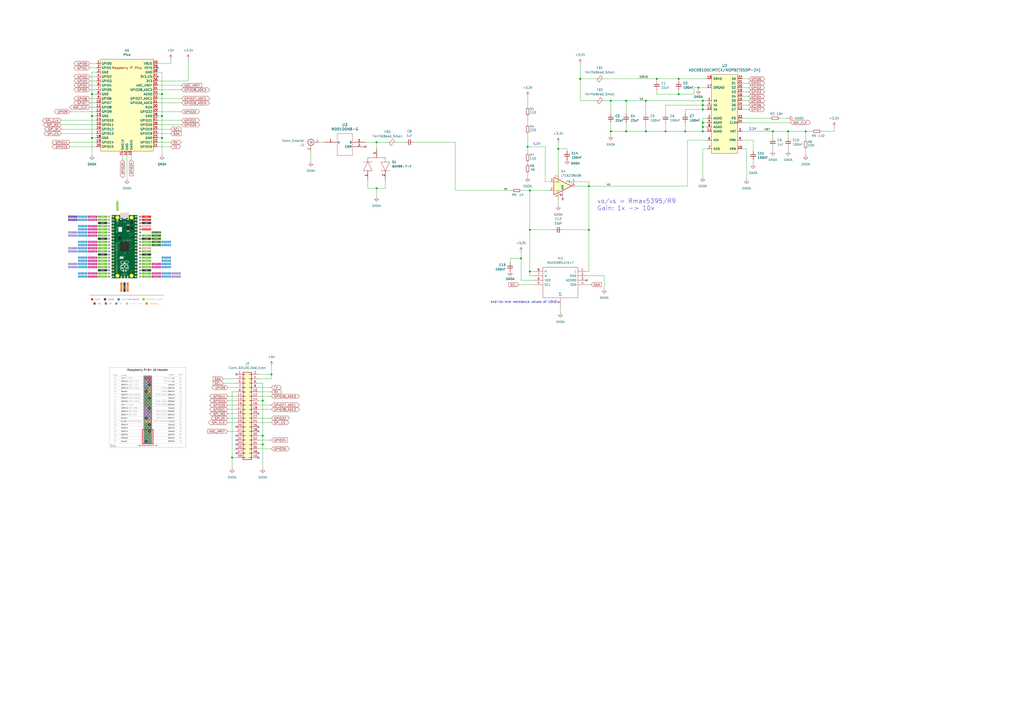
<source format=kicad_sch>
(kicad_sch (version 20231120) (generator "eeschema") (generator_version "8.0")
  (paper "A2")
  (lib_symbols
    (symbol "Amplifier_Operational:LTC6228xS8"
      (property "Reference" "U" (at 0 8.89 0))
      (property "Value" "LTC6228xS8" (at 0 6.35 0))
      (symbol "LTC6228xS8_1_1"
        (pin output line (at 7.62 2.54 180) (length 2.54) (name "FB") (number "1"))
        (pin input line (at -7.62 -2.54 0) (length 2.54) (name "-") (number "2"))
        (pin input line (at -7.62 2.54 0) (length 2.54) (name "+") (number "3"))
        (pin power_in line (at -2.54 -7.62 90) (length 3.81) (name "V-") (number "4"))
        (pin passive line (at -2.54 -7.62 90) (length 3.81) hide (name "V-") (number "5"))
        (pin output line (at 7.62 0 180) (length 2.54) (name "~") (number "6"))
        (pin power_in line (at -2.54 7.62 270) (length 3.81) (name "V+") (number "7"))
        (pin input line (at 0 -7.62 90) (length 5.08) (name "~{SHDN}") (number "8"))
      )
    )
    (symbol "Connector:Conn_Coaxial" (pin_names (offset 1.016) hide)
      (property "Reference" "J" (at 0.254 3.048 0))
      (property "Value" "Conn_Coaxial" (at 2.921 0 90))
      (symbol "Conn_Coaxial_1_1"
        (pin passive line (at -5.08 0 0) (length 2.54) (name "In") (number "1"))
        (pin passive line (at 0 -5.08 90) (length 2.54) (name "Ext") (number "2"))
      )
    )
    (symbol "Connector_Generic:Conn_02x20_Odd_Even" (pin_names (offset 1.016) hide)
      (property "Reference" "J" (at 1.27 25.4 0))
      (property "Value" "Conn_02x20_Odd_Even" (at 1.27 -27.94 0))
      (symbol "Conn_02x20_Odd_Even_1_1"
        (pin passive line (at -5.08 22.86 0) (length 3.81) (name "Pin_1") (number "1"))
        (pin passive line (at 7.62 12.7 180) (length 3.81) (name "Pin_10") (number "10"))
        (pin passive line (at -5.08 10.16 0) (length 3.81) (name "Pin_11") (number "11"))
        (pin passive line (at 7.62 10.16 180) (length 3.81) (name "Pin_12") (number "12"))
        (pin passive line (at -5.08 7.62 0) (length 3.81) (name "Pin_13") (number "13"))
        (pin passive line (at 7.62 7.62 180) (length 3.81) (name "Pin_14") (number "14"))
        (pin passive line (at -5.08 5.08 0) (length 3.81) (name "Pin_15") (number "15"))
        (pin passive line (at 7.62 5.08 180) (length 3.81) (name "Pin_16") (number "16"))
        (pin passive line (at -5.08 2.54 0) (length 3.81) (name "Pin_17") (number "17"))
        (pin passive line (at 7.62 2.54 180) (length 3.81) (name "Pin_18") (number "18"))
        (pin passive line (at -5.08 0 0) (length 3.81) (name "Pin_19") (number "19"))
        (pin passive line (at 7.62 22.86 180) (length 3.81) (name "Pin_2") (number "2"))
        (pin passive line (at 7.62 0 180) (length 3.81) (name "Pin_20") (number "20"))
        (pin passive line (at -5.08 -2.54 0) (length 3.81) (name "Pin_21") (number "21"))
        (pin passive line (at 7.62 -2.54 180) (length 3.81) (name "Pin_22") (number "22"))
        (pin passive line (at -5.08 -5.08 0) (length 3.81) (name "Pin_23") (number "23"))
        (pin passive line (at 7.62 -5.08 180) (length 3.81) (name "Pin_24") (number "24"))
        (pin passive line (at -5.08 -7.62 0) (length 3.81) (name "Pin_25") (number "25"))
        (pin passive line (at 7.62 -7.62 180) (length 3.81) (name "Pin_26") (number "26"))
        (pin passive line (at -5.08 -10.16 0) (length 3.81) (name "Pin_27") (number "27"))
        (pin passive line (at 7.62 -10.16 180) (length 3.81) (name "Pin_28") (number "28"))
        (pin passive line (at -5.08 -12.7 0) (length 3.81) (name "Pin_29") (number "29"))
        (pin passive line (at -5.08 20.32 0) (length 3.81) (name "Pin_3") (number "3"))
        (pin passive line (at 7.62 -12.7 180) (length 3.81) (name "Pin_30") (number "30"))
        (pin passive line (at -5.08 -15.24 0) (length 3.81) (name "Pin_31") (number "31"))
        (pin passive line (at 7.62 -15.24 180) (length 3.81) (name "Pin_32") (number "32"))
        (pin passive line (at -5.08 -17.78 0) (length 3.81) (name "Pin_33") (number "33"))
        (pin passive line (at 7.62 -17.78 180) (length 3.81) (name "Pin_34") (number "34"))
        (pin passive line (at -5.08 -20.32 0) (length 3.81) (name "Pin_35") (number "35"))
        (pin passive line (at 7.62 -20.32 180) (length 3.81) (name "Pin_36") (number "36"))
        (pin passive line (at -5.08 -22.86 0) (length 3.81) (name "Pin_37") (number "37"))
        (pin passive line (at 7.62 -22.86 180) (length 3.81) (name "Pin_38") (number "38"))
        (pin passive line (at -5.08 -25.4 0) (length 3.81) (name "Pin_39") (number "39"))
        (pin passive line (at 7.62 20.32 180) (length 3.81) (name "Pin_4") (number "4"))
        (pin passive line (at 7.62 -25.4 180) (length 3.81) (name "Pin_40") (number "40"))
        (pin passive line (at -5.08 17.78 0) (length 3.81) (name "Pin_5") (number "5"))
        (pin passive line (at 7.62 17.78 180) (length 3.81) (name "Pin_6") (number "6"))
        (pin passive line (at -5.08 15.24 0) (length 3.81) (name "Pin_7") (number "7"))
        (pin passive line (at 7.62 15.24 180) (length 3.81) (name "Pin_8") (number "8"))
        (pin passive line (at -5.08 12.7 0) (length 3.81) (name "Pin_9") (number "9"))
      )
    )
    (symbol "Device:C_Small" (pin_numbers hide) (pin_names (offset 0.254) hide)
      (property "Reference" "C" (at 0.254 1.778 0))
      (property "Value" "C_Small" (at 0.254 -2.032 0))
      (symbol "C_Small_1_1"
        (pin passive line (at 0 2.54 270) (length 2.032) (name "~") (number "1"))
        (pin passive line (at 0 -2.54 90) (length 2.032) (name "~") (number "2"))
      )
    )
    (symbol "Device:FerriteBead_Small" (pin_numbers hide) (pin_names (offset 0))
      (property "Reference" "FB" (at 1.905 1.27 0))
      (property "Value" "FerriteBead_Small" (at 1.905 -1.27 0))
      (symbol "FerriteBead_Small_1_1"
        (pin passive line (at 0 2.54 270) (length 1.27) (name "~") (number "1"))
        (pin passive line (at 0 -2.54 90) (length 1.27) (name "~") (number "2"))
      )
    )
    (symbol "Device:R_Small" (pin_numbers hide) (pin_names (offset 0.254) hide)
      (property "Reference" "R" (at 0.762 0.508 0))
      (property "Value" "R_Small" (at 0.762 -1.016 0))
      (symbol "R_Small_1_1"
        (pin passive line (at 0 2.54 270) (length 0.762) (name "~") (number "1"))
        (pin passive line (at 0 -2.54 90) (length 0.762) (name "~") (number "2"))
      )
    )
    (symbol "ICTAMKY:ADC08100CIMTCX/NOPB(TSSOP-24)" (pin_names (offset 1.016))
      (property "Reference" "U" (at -5.08 24.13 0))
      (property "Value" "ADC08100CIMTCX/NOPB(TSSOP-24)" (at 0 -25.4 0))
      (symbol "ADC08100CIMTCX/NOPB(TSSOP-24)_1_1"
        (pin power_in line (at -10.16 7.62 0) (length 2.54) (name "VA") (number "1"))
        (pin input line (at 10.16 -20.32 180) (length 2.54) (name "VRB") (number "10"))
        (pin power_in line (at -10.16 -10.16 0) (length 2.54) (name "AGND") (number "11"))
        (pin power_in line (at -10.16 2.54 0) (length 2.54) (name "VA") (number "12"))
        (pin output line (at 10.16 2.54 180) (length 2.54) (name "D7") (number "13"))
        (pin output line (at 10.16 5.08 180) (length 2.54) (name "D6") (number "14"))
        (pin output line (at 10.16 7.62 180) (length 2.54) (name "D5") (number "15"))
        (pin output line (at 10.16 10.16 180) (length 2.54) (name "D4") (number "16"))
        (pin power_in line (at -10.16 15.24 0) (length 2.54) (name "DRGND") (number "17"))
        (pin power_in line (at -10.16 20.32 0) (length 2.54) (name "DRVD") (number "18"))
        (pin output line (at 10.16 12.7 180) (length 2.54) (name "D3") (number "19"))
        (pin power_in line (at -10.16 -2.54 0) (length 2.54) (name "AGND") (number "2"))
        (pin output line (at 10.16 15.24 180) (length 2.54) (name "D2") (number "20"))
        (pin output line (at 10.16 17.78 180) (length 2.54) (name "D1") (number "21"))
        (pin output line (at 10.16 20.32 180) (length 2.54) (name "D0") (number "22"))
        (pin input line (at 10.16 -2.54 180) (length 2.54) (name "PD") (number "23"))
        (pin input clock (at 10.16 -5.08 180) (length 2.54) (name "CLK") (number "24"))
        (pin input line (at 10.16 -10.16 180) (length 2.54) (name "VRT") (number "3"))
        (pin power_in line (at -10.16 5.08 0) (length 2.54) (name "VA") (number "4"))
        (pin power_in line (at -10.16 -5.08 0) (length 2.54) (name "AGND") (number "5"))
        (pin input line (at -10.16 -15.24 0) (length 2.54) (name "VIN") (number "6"))
        (pin power_in line (at -10.16 -20.32 0) (length 2.54) (name "GND") (number "7"))
        (pin power_in line (at -10.16 -7.62 0) (length 2.54) (name "AGND") (number "8"))
        (pin input line (at 10.16 -15.24 180) (length 2.54) (name "VRM") (number "9"))
      )
    )
    (symbol "ICTAMKY:BAV99-7-F" (pin_names (offset 0.762))
      (property "Reference" "D" (at 5.08 8.89 0))
      (property "Value" "BAV99-7-F" (at 5.08 6.35 0))
      (symbol "BAV99-7-F_0_0"
        (pin passive line (at 0 0 0) (length 5.08) (name "~") (number "1"))
        (pin passive line (at 0 -10.16 0) (length 5.08) (name "~") (number "2"))
        (pin passive line (at 17.78 -5.08 180) (length 5.08) (name "~") (number "3"))
      )
    )
    (symbol "ICTAMKY:MD0100N8-G" (pin_names (offset 0.254))
      (property "Reference" "U" (at 12.7 10.16 0))
      (property "Value" "MD0100N8-G" (at 12.7 7.62 0))
      (symbol "MD0100N8-G_0_1"
        (pin unspecified line (at 0 0 0) (length 7.62) (name "A") (number "1"))
        (pin unspecified line (at 24.13 -2.54 180) (length 7.62) (name "COM") (number "2"))
        (pin unspecified line (at 24.13 0 180) (length 7.62) (name "B") (number "3"))
      )
    )
    (symbol "ICTAMKY:Pico"
      (property "Reference" "U" (at -13.97 27.94 0))
      (property "Value" "Pico" (at 0 19.05 0))
      (symbol "Pico_0_0"
        (text "Raspberry Pi Pico" (at 0 21.59 0) (effects (font (size 1.27 1.27))))
      )
      (symbol "Pico_1_1"
        (pin bidirectional line (at -17.78 24.13 0) (length 2.54) (name "GPIO0") (number "1"))
        (pin bidirectional line (at -17.78 1.27 0) (length 2.54) (name "GPIO7") (number "10"))
        (pin bidirectional line (at -17.78 -1.27 0) (length 2.54) (name "GPIO8") (number "11"))
        (pin bidirectional line (at -17.78 -3.81 0) (length 2.54) (name "GPIO9") (number "12"))
        (pin power_in line (at -17.78 -6.35 0) (length 2.54) (name "GND") (number "13"))
        (pin bidirectional line (at -17.78 -8.89 0) (length 2.54) (name "GPIO10") (number "14"))
        (pin bidirectional line (at -17.78 -11.43 0) (length 2.54) (name "GPIO11") (number "15"))
        (pin bidirectional line (at -17.78 -13.97 0) (length 2.54) (name "GPIO12") (number "16"))
        (pin bidirectional line (at -17.78 -16.51 0) (length 2.54) (name "GPIO13") (number "17"))
        (pin power_in line (at -17.78 -19.05 0) (length 2.54) (name "GND") (number "18"))
        (pin bidirectional line (at -17.78 -21.59 0) (length 2.54) (name "GPIO14") (number "19"))
        (pin bidirectional line (at -17.78 21.59 0) (length 2.54) (name "GPIO1") (number "2"))
        (pin bidirectional line (at -17.78 -24.13 0) (length 2.54) (name "GPIO15") (number "20"))
        (pin bidirectional line (at 17.78 -24.13 180) (length 2.54) (name "GPIO16") (number "21"))
        (pin bidirectional line (at 17.78 -21.59 180) (length 2.54) (name "GPIO17") (number "22"))
        (pin power_in line (at 17.78 -19.05 180) (length 2.54) (name "GND") (number "23"))
        (pin bidirectional line (at 17.78 -16.51 180) (length 2.54) (name "GPIO18") (number "24"))
        (pin bidirectional line (at 17.78 -13.97 180) (length 2.54) (name "GPIO19") (number "25"))
        (pin bidirectional line (at 17.78 -11.43 180) (length 2.54) (name "GPIO20") (number "26"))
        (pin bidirectional line (at 17.78 -8.89 180) (length 2.54) (name "GPIO21") (number "27"))
        (pin power_in line (at 17.78 -6.35 180) (length 2.54) (name "GND") (number "28"))
        (pin bidirectional line (at 17.78 -3.81 180) (length 2.54) (name "GPIO22") (number "29"))
        (pin power_in line (at -17.78 19.05 0) (length 2.54) (name "GND") (number "3"))
        (pin input line (at 17.78 -1.27 180) (length 2.54) (name "RUN") (number "30"))
        (pin bidirectional line (at 17.78 1.27 180) (length 2.54) (name "GPIO26_ADC0") (number "31"))
        (pin bidirectional line (at 17.78 3.81 180) (length 2.54) (name "GPIO27_ADC1") (number "32"))
        (pin power_in line (at 17.78 6.35 180) (length 2.54) (name "AGND") (number "33"))
        (pin bidirectional line (at 17.78 8.89 180) (length 2.54) (name "GPIO28_ADC2") (number "34"))
        (pin power_in line (at 17.78 11.43 180) (length 2.54) (name "ADC_VREF") (number "35"))
        (pin power_in line (at 17.78 13.97 180) (length 2.54) (name "3V3") (number "36"))
        (pin input line (at 17.78 16.51 180) (length 2.54) (name "3V3_EN") (number "37"))
        (pin bidirectional line (at 17.78 19.05 180) (length 2.54) (name "GND") (number "38"))
        (pin power_in line (at 17.78 21.59 180) (length 2.54) (name "VSYS") (number "39"))
        (pin bidirectional line (at -17.78 16.51 0) (length 2.54) (name "GPIO2") (number "4"))
        (pin power_in line (at 17.78 24.13 180) (length 2.54) (name "VBUS") (number "40"))
        (pin input line (at -2.54 -29.21 90) (length 2.54) (name "SWCLK") (number "41"))
        (pin power_in line (at 0 -29.21 90) (length 2.54) (name "GND") (number "42"))
        (pin bidirectional line (at 2.54 -29.21 90) (length 2.54) (name "SWDIO") (number "43"))
        (pin bidirectional line (at -17.78 13.97 0) (length 2.54) (name "GPIO3") (number "5"))
        (pin bidirectional line (at -17.78 11.43 0) (length 2.54) (name "GPIO4") (number "6"))
        (pin bidirectional line (at -17.78 8.89 0) (length 2.54) (name "GPIO5") (number "7"))
        (pin power_in line (at -17.78 6.35 0) (length 2.54) (name "GND") (number "8"))
        (pin bidirectional line (at -17.78 3.81 0) (length 2.54) (name "GPIO6") (number "9"))
      )
    )
    (symbol "SamacSys_Parts:MAX5395LATA+T" (pin_names (offset 0.762))
      (property "Reference" "IC" (at 26.67 7.62 0))
      (property "Value" "MAX5395LATA+T" (at 26.67 5.08 0))
      (symbol "MAX5395LATA+T_0_0"
        (pin passive line (at 0 0 0) (length 5.08) (name "L") (number "1"))
        (pin passive line (at 0 -2.54 0) (length 5.08) (name "GND") (number "2"))
        (pin passive line (at 0 -5.08 0) (length 5.08) (name "ADDR0") (number "3"))
        (pin passive line (at 0 -7.62 0) (length 5.08) (name "SDA") (number "4"))
        (pin passive line (at 30.48 -7.62 180) (length 5.08) (name "SCL") (number "5"))
        (pin passive line (at 30.48 -5.08 180) (length 5.08) (name "VDD") (number "6"))
        (pin passive line (at 30.48 -2.54 180) (length 5.08) (name "W") (number "7"))
        (pin passive line (at 30.48 0 180) (length 5.08) (name "H") (number "8"))
        (pin passive line (at 15.24 -20.32 90) (length 5.08) (name "EP") (number "9"))
      )
    )
    (symbol "power:+3.3V" (power) (pin_numbers hide) (pin_names (offset 0) hide)
      (property "Value" "+3.3V" (at 0 3.556 0))
      (symbol "+3.3V_1_1"
        (pin power_in line (at 0 0 90) (length 0) (name "~") (number "1"))
      )
    )
    (symbol "power:+5V" (power) (pin_numbers hide) (pin_names (offset 0) hide)
      (property "Value" "+5V" (at 0 3.556 0))
      (symbol "+5V_1_1"
        (pin power_in line (at 0 0 90) (length 0) (name "~") (number "1"))
      )
    )
    (symbol "power:GNDA" (power) (pin_numbers hide) (pin_names (offset 0) hide)
      (property "Value" "GNDA" (at 0 -3.81 0))
      (symbol "GNDA_1_1"
        (pin power_in line (at 0 0 270) (length 0) (name "~") (number "1"))
      )
    )
  )
  (junction (at 374.65 76.2))
  (junction (at 407.67 60.96))
  (junction (at 393.7 54.61))
  (junction (at 93.98 67.31))
  (junction (at 405.13 50.8))
  (junction (at 397.51 76.2))
  (junction (at 448.31 76.2))
  (junction (at 336.55 45.72))
  (junction (at 152.4 257.81))
  (junction (at 386.08 76.2))
  (junction (at 407.67 58.42))
  (junction (at 307.34 157.48))
  (junction (at 374.65 58.42))
  (junction (at 341.63 107.95))
  (junction (at 218.44 82.55))
  (junction (at 152.4 252.73))
  (junction (at 363.22 58.42))
  (junction (at 323.85 86.36))
  (junction (at 407.67 73.66))
  (junction (at 354.33 58.42))
  (junction (at 134.62 265.43))
  (junction (at 363.22 76.2))
  (junction (at 354.33 76.2))
  (junction (at 381 45.72))
  (junction (at 393.7 45.72))
  (junction (at 307.34 133.35))
  (junction (at 152.4 232.41))
  (junction (at 218.44 109.22))
  (junction (at 457.2 76.2))
  (junction (at 341.63 133.35))
  (junction (at 307.34 110.49))
  (junction (at 53.34 67.31))
  (junction (at 53.34 54.61))
  (junction (at 407.67 63.5))
  (junction (at 93.98 80.01))
  (junction (at 93.98 54.61))
  (junction (at 407.67 71.12))
  (junction (at 467.36 76.2))
  (junction (at 302.26 149.86))
  (junction (at 157.48 217.17))
  (junction (at 306.07 85.09))
  (junction (at 407.67 76.2))
  (junction (at 53.34 80.01))
  (no_connect (at 137.16 260.35))
  (no_connect (at 91.44 39.37))
  (no_connect (at 149.86 262.89))
  (no_connect (at 149.86 250.19))
  (no_connect (at 137.16 247.65))
  (no_connect (at 149.86 247.65))
  (no_connect (at 137.16 252.73))
  (no_connect (at 149.86 240.03))
  (no_connect (at 149.86 265.43))
  (no_connect (at 212.09 85.09))
  (no_connect (at 340.36 162.56))
  (no_connect (at 137.16 255.27))
  (no_connect (at 137.16 257.81))
  (no_connect (at 137.16 217.17))
  (no_connect (at 326.39 115.57))
  (no_connect (at 91.44 44.45))
  (no_connect (at 137.16 262.89))
  (wire (pts (xy 363.22 58.42) (xy 354.33 58.42)))
  (wire (pts (xy 132.08 245.11) (xy 137.16 245.11)))
  (wire (pts (xy 212.09 82.55) (xy 218.44 82.55)))
  (wire (pts (xy 52.07 52.07) (xy 55.88 52.07)))
  (wire (pts (xy 132.08 234.95) (xy 137.16 234.95)))
  (wire (pts (xy 52.07 59.69) (xy 55.88 59.69)))
  (wire (pts (xy 134.62 227.33) (xy 134.62 265.43)))
  (wire (pts (xy 152.4 222.25) (xy 152.4 232.41)))
  (wire (pts (xy 35.56 72.39) (xy 55.88 72.39)))
  (wire (pts (xy 132.08 232.41) (xy 137.16 232.41)))
  (wire (pts (xy 149.86 232.41) (xy 152.4 232.41)))
  (wire (pts (xy 71.12 92.71) (xy 71.12 90.17)))
  (wire (pts (xy 405.13 50.8) (xy 402.59 50.8)))
  (wire (pts (xy 341.63 105.41) (xy 341.63 107.95)))
  (wire (pts (xy 430.53 76.2) (xy 448.31 76.2)))
  (wire (pts (xy 149.86 222.25) (xy 152.4 222.25)))
  (wire (pts (xy 323.85 86.36) (xy 328.93 86.36)))
  (wire (pts (xy 436.88 87.63) (xy 436.88 81.28)))
  (wire (pts (xy 407.67 71.12) (xy 410.21 71.12)))
  (wire (pts (xy 307.34 110.49) (xy 318.77 110.49)))
  (wire (pts (xy 336.55 36.83) (xy 336.55 45.72)))
  (wire (pts (xy 381 45.72) (xy 393.7 45.72)))
  (wire (pts (xy 434.34 55.88) (xy 430.53 55.88)))
  (wire (pts (xy 91.44 54.61) (xy 93.98 54.61)))
  (wire (pts (xy 434.34 50.8) (xy 430.53 50.8)))
  (wire (pts (xy 157.48 229.87) (xy 149.86 229.87)))
  (wire (pts (xy 52.07 57.15) (xy 55.88 57.15)))
  (wire (pts (xy 374.65 71.12) (xy 374.65 76.2)))
  (wire (pts (xy 306.07 55.88) (xy 306.07 62.23)))
  (wire (pts (xy 393.7 45.72) (xy 393.7 46.99)))
  (wire (pts (xy 341.63 107.95) (xy 398.78 107.95)))
  (wire (pts (xy 76.2 92.71) (xy 76.2 90.17)))
  (wire (pts (xy 91.44 77.47) (xy 99.06 77.47)))
  (wire (pts (xy 93.98 80.01) (xy 93.98 90.17)))
  (wire (pts (xy 306.07 67.31) (xy 306.07 72.39)))
  (wire (pts (xy 109.22 46.99) (xy 109.22 34.29)))
  (wire (pts (xy 457.2 76.2) (xy 467.36 76.2)))
  (wire (pts (xy 52.07 46.99) (xy 55.88 46.99)))
  (wire (pts (xy 91.44 80.01) (xy 93.98 80.01)))
  (wire (pts (xy 467.36 86.36) (xy 467.36 90.17)))
  (wire (pts (xy 323.85 82.55) (xy 323.85 86.36)))
  (wire (pts (xy 306.07 77.47) (xy 306.07 85.09)))
  (wire (pts (xy 300.99 165.1) (xy 309.88 165.1)))
  (wire (pts (xy 295.91 152.4) (xy 295.91 149.86)))
  (wire (pts (xy 157.48 255.27) (xy 149.86 255.27)))
  (wire (pts (xy 323.85 86.36) (xy 323.85 100.33)))
  (wire (pts (xy 354.33 76.2) (xy 354.33 78.74)))
  (wire (pts (xy 434.34 58.42) (xy 430.53 58.42)))
  (wire (pts (xy 105.41 72.39) (xy 91.44 72.39)))
  (wire (pts (xy 316.23 85.09) (xy 316.23 105.41)))
  (wire (pts (xy 53.34 41.91) (xy 53.34 54.61)))
  (wire (pts (xy 434.34 53.34) (xy 430.53 53.34)))
  (wire (pts (xy 91.44 46.99) (xy 109.22 46.99)))
  (wire (pts (xy 350.52 45.72) (xy 381 45.72)))
  (wire (pts (xy 341.63 107.95) (xy 341.63 133.35)))
  (wire (pts (xy 345.44 58.42) (xy 336.55 58.42)))
  (wire (pts (xy 407.67 58.42) (xy 410.21 58.42)))
  (wire (pts (xy 436.88 92.71) (xy 436.88 95.25)))
  (wire (pts (xy 321.31 133.35) (xy 307.34 133.35)))
  (wire (pts (xy 52.07 39.37) (xy 55.88 39.37)))
  (wire (pts (xy 354.33 76.2) (xy 363.22 76.2)))
  (wire (pts (xy 410.21 45.72) (xy 393.7 45.72)))
  (wire (pts (xy 53.34 67.31) (xy 53.34 54.61)))
  (wire (pts (xy 452.12 68.58) (xy 457.2 68.58)))
  (wire (pts (xy 340.36 157.48) (xy 341.63 157.48)))
  (wire (pts (xy 328.93 87.63) (xy 328.93 86.36)))
  (wire (pts (xy 374.65 58.42) (xy 407.67 58.42)))
  (wire (pts (xy 393.7 52.07) (xy 393.7 54.61)))
  (wire (pts (xy 354.33 58.42) (xy 354.33 66.04)))
  (wire (pts (xy 397.51 71.12) (xy 397.51 76.2)))
  (wire (pts (xy 55.88 67.31) (xy 53.34 67.31)))
  (wire (pts (xy 157.48 260.35) (xy 149.86 260.35)))
  (wire (pts (xy 381 52.07) (xy 381 54.61)))
  (wire (pts (xy 93.98 67.31) (xy 91.44 67.31)))
  (wire (pts (xy 152.4 257.81) (xy 152.4 271.78)))
  (wire (pts (xy 52.07 62.23) (xy 55.88 62.23)))
  (wire (pts (xy 152.4 232.41) (xy 152.4 252.73)))
  (wire (pts (xy 180.34 87.63) (xy 180.34 93.98)))
  (wire (pts (xy 457.2 76.2) (xy 457.2 80.01)))
  (wire (pts (xy 309.88 162.56) (xy 302.26 162.56)))
  (wire (pts (xy 302.26 149.86) (xy 295.91 149.86)))
  (wire (pts (xy 363.22 71.12) (xy 363.22 76.2)))
  (wire (pts (xy 374.65 58.42) (xy 374.65 66.04)))
  (wire (pts (xy 93.98 41.91) (xy 93.98 54.61)))
  (wire (pts (xy 132.08 224.79) (xy 137.16 224.79)))
  (wire (pts (xy 52.07 49.53) (xy 55.88 49.53)))
  (wire (pts (xy 149.86 252.73) (xy 152.4 252.73)))
  (wire (pts (xy 407.67 71.12) (xy 407.67 68.58)))
  (wire (pts (xy 430.53 71.12) (xy 458.47 71.12)))
  (wire (pts (xy 306.07 85.09) (xy 306.07 88.9)))
  (wire (pts (xy 40.64 85.09) (xy 55.88 85.09)))
  (wire (pts (xy 91.44 41.91) (xy 93.98 41.91)))
  (wire (pts (xy 386.08 71.12) (xy 386.08 76.2)))
  (wire (pts (xy 342.9 165.1) (xy 340.36 165.1)))
  (wire (pts (xy 405.13 50.8) (xy 405.13 52.07)))
  (wire (pts (xy 407.67 73.66) (xy 410.21 73.66)))
  (wire (pts (xy 40.64 64.77) (xy 55.88 64.77)))
  (wire (pts (xy 448.31 85.09) (xy 448.31 87.63)))
  (wire (pts (xy 476.25 76.2) (xy 483.87 76.2)))
  (wire (pts (xy 386.08 76.2) (xy 397.51 76.2)))
  (wire (pts (xy 264.16 110.49) (xy 297.18 110.49)))
  (wire (pts (xy 381 54.61) (xy 393.7 54.61)))
  (wire (pts (xy 105.41 69.85) (xy 91.44 69.85)))
  (wire (pts (xy 137.16 227.33) (xy 134.62 227.33)))
  (wire (pts (xy 99.06 82.55) (xy 91.44 82.55)))
  (wire (pts (xy 40.64 82.55) (xy 55.88 82.55)))
  (wire (pts (xy 402.59 50.8) (xy 402.59 54.61)))
  (wire (pts (xy 434.34 48.26) (xy 430.53 48.26)))
  (wire (pts (xy 398.78 81.28) (xy 410.21 81.28)))
  (wire (pts (xy 307.34 157.48) (xy 309.88 157.48)))
  (wire (pts (xy 137.16 265.43) (xy 134.62 265.43)))
  (wire (pts (xy 457.2 85.09) (xy 457.2 87.63)))
  (wire (pts (xy 132.08 240.03) (xy 137.16 240.03)))
  (wire (pts (xy 218.44 82.55) (xy 224.79 82.55)))
  (wire (pts (xy 386.08 60.96) (xy 407.67 60.96)))
  (wire (pts (xy 336.55 58.42) (xy 336.55 45.72)))
  (wire (pts (xy 157.48 245.11) (xy 149.86 245.11)))
  (wire (pts (xy 467.36 76.2) (xy 467.36 81.28)))
  (wire (pts (xy 223.52 109.22) (xy 223.52 104.14)))
  (wire (pts (xy 149.86 224.79) (xy 157.48 224.79)))
  (wire (pts (xy 99.06 36.83) (xy 99.06 34.29)))
  (wire (pts (xy 410.21 86.36) (xy 407.67 86.36)))
  (wire (pts (xy 53.34 54.61) (xy 55.88 54.61)))
  (wire (pts (xy 306.07 93.98) (xy 306.07 95.25)))
  (wire (pts (xy 397.51 76.2) (xy 407.67 76.2)))
  (wire (pts (xy 448.31 76.2) (xy 448.31 80.01)))
  (wire (pts (xy 52.07 44.45) (xy 55.88 44.45)))
  (wire (pts (xy 229.87 82.55) (xy 234.95 82.55)))
  (wire (pts (xy 398.78 81.28) (xy 398.78 107.95)))
  (wire (pts (xy 307.34 160.02) (xy 307.34 157.48)))
  (wire (pts (xy 35.56 74.93) (xy 55.88 74.93)))
  (wire (pts (xy 132.08 242.57) (xy 137.16 242.57)))
  (wire (pts (xy 52.07 36.83) (xy 55.88 36.83)))
  (wire (pts (xy 307.34 110.49) (xy 307.34 133.35)))
  (wire (pts (xy 407.67 73.66) (xy 407.67 71.12)))
  (wire (pts (xy 354.33 71.12) (xy 354.33 76.2)))
  (wire (pts (xy 149.86 257.81) (xy 152.4 257.81)))
  (wire (pts (xy 105.41 57.15) (xy 91.44 57.15)))
  (wire (pts (xy 430.53 86.36) (xy 433.07 86.36)))
  (wire (pts (xy 336.55 45.72) (xy 345.44 45.72)))
  (wire (pts (xy 218.44 109.22) (xy 218.44 114.3)))
  (wire (pts (xy 309.88 160.02) (xy 307.34 160.02)))
  (wire (pts (xy 93.98 80.01) (xy 93.98 67.31)))
  (wire (pts (xy 467.36 76.2) (xy 471.17 76.2)))
  (wire (pts (xy 132.08 250.19) (xy 137.16 250.19)))
  (wire (pts (xy 302.26 149.86) (xy 302.26 162.56)))
  (wire (pts (xy 157.48 242.57) (xy 149.86 242.57)))
  (wire (pts (xy 483.87 76.2) (xy 483.87 73.66)))
  (wire (pts (xy 129.54 222.25) (xy 137.16 222.25)))
  (wire (pts (xy 397.51 63.5) (xy 397.51 66.04)))
  (wire (pts (xy 105.41 52.07) (xy 91.44 52.07)))
  (wire (pts (xy 386.08 60.96) (xy 386.08 66.04)))
  (wire (pts (xy 218.44 109.22) (xy 223.52 109.22)))
  (wire (pts (xy 433.07 86.36) (xy 433.07 104.14)))
  (wire (pts (xy 157.48 212.09) (xy 157.48 217.17)))
  (wire (pts (xy 129.54 219.71) (xy 137.16 219.71)))
  (wire (pts (xy 302.26 110.49) (xy 307.34 110.49)))
  (wire (pts (xy 91.44 36.83) (xy 99.06 36.83)))
  (wire (pts (xy 99.06 85.09) (xy 91.44 85.09)))
  (wire (pts (xy 53.34 80.01) (xy 53.34 67.31)))
  (wire (pts (xy 218.44 82.55) (xy 218.44 86.36)))
  (wire (pts (xy 434.34 60.96) (xy 430.53 60.96)))
  (wire (pts (xy 381 46.99) (xy 381 45.72)))
  (wire (pts (xy 341.63 107.95) (xy 334.01 107.95)))
  (wire (pts (xy 407.67 58.42) (xy 407.67 60.96)))
  (wire (pts (xy 157.48 219.71) (xy 157.48 217.17)))
  (wire (pts (xy 436.88 81.28) (xy 430.53 81.28)))
  (wire (pts (xy 434.34 45.72) (xy 430.53 45.72)))
  (wire (pts (xy 93.98 54.61) (xy 93.98 67.31)))
  (wire (pts (xy 302.26 146.05) (xy 302.26 149.86)))
  (wire (pts (xy 410.21 63.5) (xy 407.67 63.5)))
  (wire (pts (xy 157.48 237.49) (xy 149.86 237.49)))
  (wire (pts (xy 240.03 82.55) (xy 264.16 82.55)))
  (wire (pts (xy 363.22 58.42) (xy 363.22 66.04)))
  (wire (pts (xy 334.01 105.41) (xy 341.63 105.41)))
  (wire (pts (xy 407.67 60.96) (xy 407.67 63.5)))
  (wire (pts (xy 134.62 265.43) (xy 134.62 271.78)))
  (wire (pts (xy 402.59 54.61) (xy 393.7 54.61)))
  (wire (pts (xy 306.07 100.33) (xy 306.07 102.87)))
  (wire (pts (xy 152.4 252.73) (xy 152.4 257.81)))
  (wire (pts (xy 307.34 133.35) (xy 307.34 157.48)))
  (wire (pts (xy 318.77 105.41) (xy 316.23 105.41)))
  (wire (pts (xy 157.48 234.95) (xy 149.86 234.95)))
  (wire (pts (xy 213.36 104.14) (xy 213.36 109.22)))
  (wire (pts (xy 323.85 115.57) (xy 323.85 119.38)))
  (wire (pts (xy 55.88 80.01) (xy 53.34 80.01)))
  (wire (pts (xy 350.52 160.02) (xy 350.52 167.64)))
  (wire (pts (xy 407.67 86.36) (xy 407.67 102.87)))
  (wire (pts (xy 264.16 82.55) (xy 264.16 110.49)))
  (wire (pts (xy 55.88 41.91) (xy 53.34 41.91)))
  (wire (pts (xy 105.41 64.77) (xy 91.44 64.77)))
  (wire (pts (xy 374.65 76.2) (xy 386.08 76.2)))
  (wire (pts (xy 149.86 219.71) (xy 157.48 219.71)))
  (wire (pts (xy 35.56 77.47) (xy 55.88 77.47)))
  (wire (pts (xy 326.39 133.35) (xy 341.63 133.35)))
  (wire (pts (xy 407.67 76.2) (xy 407.67 73.66)))
  (wire (pts (xy 316.23 85.09) (xy 306.07 85.09)))
  (wire (pts (xy 105.41 59.69) (xy 91.44 59.69)))
  (wire (pts (xy 363.22 76.2) (xy 374.65 76.2)))
  (wire (pts (xy 410.21 76.2) (xy 407.67 76.2)))
  (wire (pts (xy 91.44 74.93) (xy 99.06 74.93)))
  (wire (pts (xy 213.36 109.22) (xy 218.44 109.22)))
  (wire (pts (xy 407.67 68.58) (xy 410.21 68.58)))
  (wire (pts (xy 132.08 229.87) (xy 137.16 229.87)))
  (wire (pts (xy 434.34 63.5) (xy 430.53 63.5)))
  (wire (pts (xy 185.42 82.55) (xy 187.96 82.55)))
  (wire (pts (xy 363.22 58.42) (xy 374.65 58.42)))
  (wire (pts (xy 430.53 68.58) (xy 447.04 68.58)))
  (wire (pts (xy 105.41 49.53) (xy 91.44 49.53)))
  (wire (pts (xy 407.67 60.96) (xy 410.21 60.96)))
  (wire (pts (xy 157.48 217.17) (xy 149.86 217.17)))
  (wire (pts (xy 354.33 58.42) (xy 350.52 58.42)))
  (wire (pts (xy 149.86 227.33) (xy 157.48 227.33)))
  (wire (pts (xy 73.66 90.17) (xy 73.66 104.14)))
  (wire (pts (xy 407.67 63.5) (xy 397.51 63.5)))
  (wire (pts (xy 448.31 76.2) (xy 457.2 76.2)))
  (wire (pts (xy 340.36 160.02) (xy 350.52 160.02)))
  (wire (pts (xy 132.08 237.49) (xy 137.16 237.49)))
  (wire (pts (xy 410.21 50.8) (xy 405.13 50.8)))
  (wire (pts (xy 53.34 80.01) (xy 53.34 90.17)))
  (wire (pts (xy 325.12 177.8) (xy 325.12 181.61)))
  (wire (pts (xy 35.56 69.85) (xy 55.88 69.85)))
  (wire (pts (xy 341.63 157.48) (xy 341.63 133.35)))
  (image (at 72.39 147.32))
  (image (at 87.63 236.22) (scale 0.178563))
  (text "2.2V" (at 436.626 74.93 0) (effects (font (size 1.27 1.27))))
  (text "vo/vs = Rmax5395/R9\nGain: 1x -> 10x" (at 346.456 118.872 0) (effects (font (size 2.54 2.54)) (justify left)))
  (text "end-to-end resistance values of 10kΩ" (at 303.784 175.26 0) (effects (font (size 1.27 1.27))))
  (text "1.1V" (at 311.404 83.566 0) (effects (font (size 1.27 1.27))))
  (label "vs" (at 292.1 110.49 0))
  (label "DRVD" (at 370.84 45.72 0))
  (label "vo" (at 351.79 107.95 0))
  (label "VRT" (at 443.23 76.2 0))
  (label "VA" (at 370.84 58.42 0))
  (global_label "SCL" (shape input) (at 300.99 165.1 180) (property "Intersheetrefs" "${INTERSHEET_REFS}" (effects (hide yes))))
  (global_label "GPIO21" (shape bidirectional) (at 105.41 69.85 0) (property "Intersheetrefs" "${INTERSHEET_REFS}" (effects (hide yes))))
  (global_label "GPIO2" (shape bidirectional) (at 52.07 44.45 180) (property "Intersheetrefs" "${INTERSHEET_REFS}" (effects (hide yes))))
  (global_label "SDA" (shape input) (at 99.06 77.47 0) (property "Intersheetrefs" "${INTERSHEET_REFS}" (effects (hide yes))))
  (global_label "SCL" (shape input) (at 99.06 74.93 0) (property "Intersheetrefs" "${INTERSHEET_REFS}" (effects (hide yes))))
  (global_label "GPIO0" (shape bidirectional) (at 434.34 45.72 0) (property "Intersheetrefs" "${INTERSHEET_REFS}" (effects (hide yes))))
  (global_label "GPIO21" (shape bidirectional) (at 132.08 237.49 180) (property "Intersheetrefs" "${INTERSHEET_REFS}" (effects (hide yes))))
  (global_label "SPI_CS" (shape bidirectional) (at 35.56 77.47 180) (property "Intersheetrefs" "${INTERSHEET_REFS}" (effects (hide yes))))
  (global_label "SPI_MI" (shape bidirectional) (at 132.08 242.57 180) (property "Intersheetrefs" "${INTERSHEET_REFS}" (effects (hide yes))))
  (global_label "TX" (shape bidirectional) (at 99.06 85.09 0) (property "Intersheetrefs" "${INTERSHEET_REFS}" (effects (hide yes))))
  (global_label "GPIO20" (shape bidirectional) (at 132.08 234.95 180) (property "Intersheetrefs" "${INTERSHEET_REFS}" (effects (hide yes))))
  (global_label "SDA" (shape input) (at 129.54 219.71 180) (property "Intersheetrefs" "${INTERSHEET_REFS}" (effects (hide yes))))
  (global_label "GPIO14" (shape bidirectional) (at 40.64 82.55 180) (property "Intersheetrefs" "${INTERSHEET_REFS}" (effects (hide yes))))
  (global_label "GPIO28_ADC2" (shape bidirectional) (at 157.48 237.49 0) (property "Intersheetrefs" "${INTERSHEET_REFS}" (effects (hide yes))))
  (global_label "GPIO3" (shape bidirectional) (at 52.07 46.99 180) (property "Intersheetrefs" "${INTERSHEET_REFS}" (effects (hide yes))))
  (global_label "TX" (shape bidirectional) (at 157.48 224.79 0) (property "Intersheetrefs" "${INTERSHEET_REFS}" (effects (hide yes))))
  (global_label "GPIO9" (shape bidirectional) (at 132.08 224.79 180) (property "Intersheetrefs" "${INTERSHEET_REFS}" (effects (hide yes))))
  (global_label "GPIO14" (shape bidirectional) (at 132.08 229.87 180) (property "Intersheetrefs" "${INTERSHEET_REFS}" (effects (hide yes))))
  (global_label "GPIO22" (shape bidirectional) (at 157.48 242.57 0) (property "Intersheetrefs" "${INTERSHEET_REFS}" (effects (hide yes))))
  (global_label "GPIO26_ADC0" (shape bidirectional) (at 105.41 59.69 0) (property "Intersheetrefs" "${INTERSHEET_REFS}" (effects (hide yes))))
  (global_label "GPIO20" (shape bidirectional) (at 105.41 72.39 0) (property "Intersheetrefs" "${INTERSHEET_REFS}" (effects (hide yes))))
  (global_label "GPIO6" (shape bidirectional) (at 434.34 60.96 0) (property "Intersheetrefs" "${INTERSHEET_REFS}" (effects (hide yes))))
  (global_label "SDA" (shape input) (at 342.9 165.1 0) (property "Intersheetrefs" "${INTERSHEET_REFS}" (effects (hide yes))))
  (global_label "SPI_CLK" (shape bidirectional) (at 35.56 69.85 180) (property "Intersheetrefs" "${INTERSHEET_REFS}" (effects (hide yes))))
  (global_label "GPIO5" (shape bidirectional) (at 434.34 58.42 0) (property "Intersheetrefs" "${INTERSHEET_REFS}" (effects (hide yes))))
  (global_label "GPIO28_ADC2" (shape bidirectional) (at 105.41 52.07 0) (property "Intersheetrefs" "${INTERSHEET_REFS}" (effects (hide yes))))
  (global_label "GPIO27_ADC1" (shape bidirectional) (at 157.48 234.95 0) (property "Intersheetrefs" "${INTERSHEET_REFS}" (effects (hide yes))))
  (global_label "GPIO2" (shape bidirectional) (at 434.34 50.8 0) (property "Intersheetrefs" "${INTERSHEET_REFS}" (effects (hide yes))))
  (global_label "GPIO0" (shape bidirectional) (at 52.07 36.83 180) (property "Intersheetrefs" "${INTERSHEET_REFS}" (effects (hide yes))))
  (global_label "SPI_CS" (shape bidirectional) (at 157.48 245.11 0) (property "Intersheetrefs" "${INTERSHEET_REFS}" (effects (hide yes))))
  (global_label "GPIO7" (shape bidirectional) (at 52.07 59.69 180) (property "Intersheetrefs" "${INTERSHEET_REFS}" (effects (hide yes))))
  (global_label "GPIO22" (shape bidirectional) (at 105.41 64.77 0) (property "Intersheetrefs" "${INTERSHEET_REFS}" (effects (hide yes))))
  (global_label "GPIO9" (shape bidirectional) (at 40.64 64.77 180) (property "Intersheetrefs" "${INTERSHEET_REFS}" (effects (hide yes))))
  (global_label "GPIO1" (shape bidirectional) (at 52.07 39.37 180) (property "Intersheetrefs" "${INTERSHEET_REFS}" (effects (hide yes))))
  (global_label "ADC_VREF" (shape input) (at 105.41 49.53 0) (property "Intersheetrefs" "${INTERSHEET_REFS}" (effects (hide yes))))
  (global_label "ADC_CLK" (shape bidirectional) (at 52.07 62.23 180) (property "Intersheetrefs" "${INTERSHEET_REFS}" (effects (hide yes))))
  (global_label "GPIO25" (shape bidirectional) (at 71.12 92.71 270) (property "Intersheetrefs" "${INTERSHEET_REFS}" (effects (hide yes))))
  (global_label "GPIO7" (shape bidirectional) (at 434.34 63.5 0) (property "Intersheetrefs" "${INTERSHEET_REFS}" (effects (hide yes))))
  (global_label "GPIO26_ADC0" (shape bidirectional) (at 157.48 229.87 0) (property "Intersheetrefs" "${INTERSHEET_REFS}" (effects (hide yes))))
  (global_label "GPIO5" (shape bidirectional) (at 52.07 52.07 180) (property "Intersheetrefs" "${INTERSHEET_REFS}" (effects (hide yes))))
  (global_label "GPIO27_ADC1" (shape bidirectional) (at 105.41 57.15 0) (property "Intersheetrefs" "${INTERSHEET_REFS}" (effects (hide yes))))
  (global_label "GPIO15" (shape bidirectional) (at 40.64 85.09 180) (property "Intersheetrefs" "${INTERSHEET_REFS}" (effects (hide yes))))
  (global_label "SCL" (shape input) (at 129.54 222.25 180) (property "Intersheetrefs" "${INTERSHEET_REFS}" (effects (hide yes))))
  (global_label "SPI_MO" (shape bidirectional) (at 132.08 240.03 180) (property "Intersheetrefs" "${INTERSHEET_REFS}" (effects (hide yes))))
  (global_label "SPI_MI" (shape bidirectional) (at 35.56 74.93 180) (property "Intersheetrefs" "${INTERSHEET_REFS}" (effects (hide yes))))
  (global_label "SPI_MO" (shape bidirectional) (at 35.56 72.39 180) (property "Intersheetrefs" "${INTERSHEET_REFS}" (effects (hide yes))))
  (global_label "GPIO6" (shape bidirectional) (at 52.07 57.15 180) (property "Intersheetrefs" "${INTERSHEET_REFS}" (effects (hide yes))))
  (global_label "ADC_VREF" (shape input) (at 132.08 250.19 180) (property "Intersheetrefs" "${INTERSHEET_REFS}" (effects (hide yes))))
  (global_label "GPIO24" (shape input) (at 76.2 92.71 270) (property "Intersheetrefs" "${INTERSHEET_REFS}" (effects (hide yes))))
  (global_label "RX" (shape bidirectional) (at 99.06 82.55 0) (property "Intersheetrefs" "${INTERSHEET_REFS}" (effects (hide yes))))
  (global_label "GPIO4" (shape bidirectional) (at 52.07 49.53 180) (property "Intersheetrefs" "${INTERSHEET_REFS}" (effects (hide yes))))
  (global_label "GPIO4" (shape bidirectional) (at 434.34 55.88 0) (property "Intersheetrefs" "${INTERSHEET_REFS}" (effects (hide yes))))
  (global_label "GPIO3" (shape bidirectional) (at 434.34 53.34 0) (property "Intersheetrefs" "${INTERSHEET_REFS}" (effects (hide yes))))
  (global_label "GPIO15" (shape bidirectional) (at 132.08 232.41 180) (property "Intersheetrefs" "${INTERSHEET_REFS}" (effects (hide yes))))
  (global_label "SPI_CLK" (shape bidirectional) (at 132.08 245.11 180) (property "Intersheetrefs" "${INTERSHEET_REFS}" (effects (hide yes))))
  (global_label "GPIO1" (shape bidirectional) (at 434.34 48.26 0) (property "Intersheetrefs" "${INTERSHEET_REFS}" (effects (hide yes))))
  (global_label "ADC_CLK" (shape bidirectional) (at 458.47 71.12 0) (property "Intersheetrefs" "${INTERSHEET_REFS}" (effects (hide yes))))
  (global_label "GPIO25" (shape bidirectional) (at 157.48 260.35 0) (property "Intersheetrefs" "${INTERSHEET_REFS}" (effects (hide yes))))
  (global_label "GPIO24" (shape input) (at 157.48 255.27 0) (property "Intersheetrefs" "${INTERSHEET_REFS}" (effects (hide yes))))
  (global_label "RX" (shape bidirectional) (at 157.48 227.33 0) (property "Intersheetrefs" "${INTERSHEET_REFS}" (effects (hide yes))))
  (symbol (lib_id "Device:R_Small") (at 467.36 83.82 180) (unit 1)
    (property "Reference" "R6" (at 469.9 82.296 0))
    (property "Value" "220" (at 470.408 84.328 0))
    (property "Footprint" "Resistor_SMD_AKL:R_1206_3216Metric" (effects (hide yes)))
    (property "Description" "Resistor, small symbol" (effects (hide yes)))
  )
  (symbol (lib_id "power:GNDA") (at 93.98 90.17 0) (unit 1)
    (property "Reference" "#PWR031" (effects (hide yes)))
    (property "Value" "GNDA" (at 93.98 95.25 0))
    (property "Description" "Power symbol creates a global label with name \"GNDA\" , analog ground" (effects (hide yes)))
  )
  (symbol (lib_id "Device:C_Small") (at 374.65 68.58 0) (unit 1)
    (property "Reference" "C5" (at 377.19 67.3162 0) (effects (justify left)))
    (property "Value" "100nF" (at 377.19 69.8562 0) (effects (justify left)))
    (property "Footprint" "Capacitor_SMD_AKL:C_1206_3216Metric" (effects (hide yes)))
    (property "Description" "Unpolarized capacitor, small symbol" (effects (hide yes)))
  )
  (symbol (lib_id "power:GNDA") (at 180.34 93.98 0) (unit 1)
    (property "Reference" "#PWR014" (effects (hide yes)))
    (property "Value" "GNDA" (at 180.34 99.06 0))
    (property "Description" "Power symbol creates a global label with name \"GNDA\" , analog ground" (effects (hide yes)))
  )
  (symbol (lib_id "Device:C_Small") (at 448.31 82.55 0) (unit 1)
    (property "Reference" "C9" (at 450.85 81.2862 0) (effects (justify left)))
    (property "Value" "1uF" (at 450.85 83.8262 0) (effects (justify left)))
    (property "Footprint" "Capacitor_SMD_AKL:C_1206_3216Metric" (effects (hide yes)))
    (property "Description" "Unpolarized capacitor, small symbol" (effects (hide yes)))
  )
  (symbol (lib_id "power:+3.3V") (at 323.85 82.55 0) (unit 1)
    (property "Reference" "#PWR029" (effects (hide yes)))
    (property "Value" "+3.3V" (at 323.85 77.47 0))
    (property "Description" "Power symbol creates a global label with name \"+3.3V\"" (effects (hide yes)))
  )
  (symbol (lib_id "ICTAMKY:ADC08100CIMTCX/NOPB(TSSOP-24)") (at 420.37 66.04 0) (unit 1)
    (property "Reference" "U2" (at 420.37 38.1 0) (effects (font (size 1.524 1.524))))
    (property "Value" "ADC08100CIMTCX/NOPB(TSSOP-24)" (at 420.37 40.64 0) (effects (font (size 1.524 1.524))))
    (property "Footprint" "Package_SO:TSSOP-24_4.4x7.8mm_P0.65mm" (effects (hide yes)))
  )
  (symbol (lib_id "power:+3.3V") (at 306.07 55.88 0) (unit 1)
    (property "Reference" "#PWR09" (effects (hide yes)))
    (property "Value" "+3.3V" (at 306.07 50.8 0))
    (property "Description" "Power symbol creates a global label with name \"+3.3V\"" (effects (hide yes)))
  )
  (symbol (lib_id "Device:FerriteBead_Small") (at 227.33 82.55 90) (unit 1)
    (property "Reference" "FB3" (at 224.79 76.454 90))
    (property "Value" "FerriteBead_Small" (at 224.79 78.994 90))
    (property "Footprint" "Inductor_SMD_AKL:L_1206_3216Metric" (effects (hide yes)))
    (property "Description" "Ferrite bead, small symbol" (effects (hide yes)))
  )
  (symbol (lib_id "power:GNDA") (at 350.52 167.64 0) (unit 1)
    (property "Reference" "#PWR015" (effects (hide yes)))
    (property "Value" "GNDA" (at 350.52 172.72 0))
    (property "Description" "Power symbol creates a global label with name \"GNDA\" , analog ground" (effects (hide yes)))
  )
  (symbol (lib_id "Device:FerriteBead_Small") (at 347.98 45.72 90) (unit 1)
    (property "Reference" "FB1" (at 347.9419 39.37 90))
    (property "Value" "FerriteBead_Small" (at 347.9419 41.91 90))
    (property "Footprint" "Inductor_SMD_AKL:L_1206_3216Metric" (effects (hide yes)))
    (property "Description" "Ferrite bead, small symbol" (effects (hide yes)))
  )
  (symbol (lib_id "power:GNDA") (at 218.44 114.3 0) (mirror y) (unit 1)
    (property "Reference" "#PWR020" (effects (hide yes)))
    (property "Value" "GNDA" (at 218.44 119.38 0))
    (property "Description" "Power symbol creates a global label with name \"GNDA\" , analog ground" (effects (hide yes)))
  )
  (symbol (lib_id "ICTAMKY:MD0100N8-G") (at 187.96 82.55 0) (unit 1)
    (property "Reference" "U3" (at 200.025 72.39 0) (effects (font (size 1.524 1.524))))
    (property "Value" "MD0100N8-G" (at 200.025 74.93 0) (effects (font (size 1.524 1.524))))
    (property "Footprint" "Package_TO_SOT_SMD:SOT-89-3" (effects (hide yes)))
    (property "Datasheet" "MD0100N8-G" (effects (hide yes)))
  )
  (symbol (lib_id "Connector_Generic:Conn_02x20_Odd_Even") (at 142.24 240.03 0) (unit 1)
    (property "Reference" "J2" (at 143.51 210.82 0))
    (property "Value" "Conn_02x20_Odd_Even" (at 143.51 213.36 0))
    (property "Footprint" "Connector_PinHeader_2.54mm:PinHeader_2x20_P2.54mm_Vertical" (effects (hide yes)))
    (property "Description" "Generic connector, double row, 02x20, odd/even pin numbering scheme (row 1 odd numbers, row 2 even numbers), script generated (kicad-library-utils/schlib/autogen/connector/)" (effects (hide yes)))
  )
  (symbol (lib_id "power:GNDA") (at 152.4 271.78 0) (unit 1)
    (property "Reference" "#PWR013" (effects (hide yes)))
    (property "Value" "GNDA" (at 152.4 276.86 0))
    (property "Description" "Power symbol creates a global label with name \"GNDA\" , analog ground" (effects (hide yes)))
  )
  (symbol (lib_id "power:+5V") (at 99.06 34.29 0) (unit 1)
    (property "Reference" "#PWR017" (effects (hide yes)))
    (property "Value" "+5V" (at 99.06 29.21 0))
    (property "Description" "Power symbol creates a global label with name \"+5V\"" (effects (hide yes)))
  )
  (symbol (lib_id "Device:R_Small") (at 306.07 91.44 180) (unit 1)
    (property "Reference" "R7" (at 308.61 89.916 0))
    (property "Value" "110" (at 309.118 91.948 0))
    (property "Footprint" "Resistor_SMD_AKL:R_1206_3216Metric" (effects (hide yes)))
    (property "Description" "Resistor, small symbol" (effects (hide yes)))
  )
  (symbol (lib_id "power:+5V") (at 157.48 212.09 0) (unit 1)
    (property "Reference" "#PWR011" (effects (hide yes)))
    (property "Value" "+5V" (at 157.48 207.01 0))
    (property "Description" "Power symbol creates a global label with name \"+5V\"" (effects (hide yes)))
  )
  (symbol (lib_id "Device:FerriteBead_Small") (at 347.98 58.42 90) (unit 1)
    (property "Reference" "FB2" (at 347.9419 52.07 90))
    (property "Value" "FerriteBead_Small" (at 347.9419 54.61 90))
    (property "Footprint" "Inductor_SMD_AKL:L_1206_3216Metric" (effects (hide yes)))
    (property "Description" "Ferrite bead, small symbol" (effects (hide yes)))
  )
  (symbol (lib_id "Device:C_Small") (at 354.33 68.58 0) (unit 1)
    (property "Reference" "C3" (at 356.87 67.3162 0) (effects (justify left)))
    (property "Value" "22uF" (at 356.87 69.8562 0) (effects (justify left)))
    (property "Footprint" "Capacitor_SMD_AKL:C_1206_3216Metric" (effects (hide yes)))
    (property "Description" "Unpolarized capacitor, small symbol" (effects (hide yes)))
  )
  (symbol (lib_id "power:GNDA") (at 134.62 271.78 0) (unit 1)
    (property "Reference" "#PWR032" (effects (hide yes)))
    (property "Value" "GNDA" (at 134.62 276.86 0))
    (property "Description" "Power symbol creates a global label with name \"GNDA\" , analog ground" (effects (hide yes)))
  )
  (symbol (lib_id "Device:R_Small") (at 306.07 74.93 180) (unit 1)
    (property "Reference" "R4" (at 308.61 73.406 0))
    (property "Value" "220" (at 309.118 75.438 0))
    (property "Footprint" "Resistor_SMD_AKL:R_1206_3216Metric" (effects (hide yes)))
    (property "Description" "Resistor, small symbol" (effects (hide yes)))
  )
  (symbol (lib_id "power:GNDA") (at 306.07 102.87 0) (unit 1)
    (property "Reference" "#PWR08" (effects (hide yes)))
    (property "Value" "GNDA" (at 306.07 107.95 0))
    (property "Description" "Power symbol creates a global label with name \"GNDA\" , analog ground" (effects (hide yes)))
  )
  (symbol (lib_id "Device:R_Small") (at 299.72 110.49 270) (mirror x) (unit 1)
    (property "Reference" "R9" (at 298.196 113.03 90))
    (property "Value" "1K" (at 302.514 113.03 90))
    (property "Footprint" "Resistor_SMD_AKL:R_1206_3216Metric" (effects (hide yes)))
    (property "Description" "Resistor, small symbol" (effects (hide yes)))
  )
  (symbol (lib_id "Device:C_Small") (at 237.49 82.55 90) (unit 1)
    (property "Reference" "C8" (at 237.4963 76.2 90))
    (property "Value" "1uF" (at 237.4963 78.74 90))
    (property "Footprint" "Capacitor_SMD_AKL:C_1206_3216Metric" (effects (hide yes)))
    (property "Description" "Unpolarized capacitor, small symbol" (effects (hide yes)))
  )
  (symbol (lib_id "Device:C_Small") (at 386.08 68.58 0) (unit 1)
    (property "Reference" "C6" (at 388.62 67.3162 0) (effects (justify left)))
    (property "Value" "100nF" (at 388.62 69.8562 0) (effects (justify left)))
    (property "Footprint" "Capacitor_SMD_AKL:C_1206_3216Metric" (effects (hide yes)))
    (property "Description" "Unpolarized capacitor, small symbol" (effects (hide yes)))
  )
  (symbol (lib_id "Device:C_Small") (at 393.7 49.53 0) (unit 1)
    (property "Reference" "C2" (at 396.24 48.2662 0) (effects (justify left)))
    (property "Value" "100nF" (at 396.24 50.8062 0) (effects (justify left)))
    (property "Footprint" "Capacitor_SMD_AKL:C_1206_3216Metric" (effects (hide yes)))
    (property "Description" "Unpolarized capacitor, small symbol" (effects (hide yes)))
  )
  (symbol (lib_id "Device:C_Small") (at 457.2 82.55 0) (unit 1)
    (property "Reference" "C10" (at 459.74 81.2862 0) (effects (justify left)))
    (property "Value" "100nF" (at 459.74 83.8262 0) (effects (justify left)))
    (property "Footprint" "Capacitor_SMD_AKL:C_1206_3216Metric" (effects (hide yes)))
    (property "Description" "Unpolarized capacitor, small symbol" (effects (hide yes)))
  )
  (symbol (lib_id "power:GNDA") (at 433.07 104.14 0) (unit 1)
    (property "Reference" "#PWR06" (effects (hide yes)))
    (property "Value" "GNDA" (at 433.07 109.22 0))
    (property "Description" "Power symbol creates a global label with name \"GNDA\" , analog ground" (effects (hide yes)))
  )
  (symbol (lib_id "Device:R_Small") (at 449.58 68.58 90) (unit 1)
    (property "Reference" "R2" (at 448.056 66.04 90))
    (property "Value" "10K" (at 452.374 66.04 90))
    (property "Footprint" "Resistor_SMD_AKL:R_1206_3216Metric" (effects (hide yes)))
    (property "Description" "Resistor, small symbol" (effects (hide yes)))
  )
  (symbol (lib_id "Device:C_Small") (at 381 49.53 0) (unit 1)
    (property "Reference" "C1" (at 383.54 48.2662 0) (effects (justify left)))
    (property "Value" "22uF" (at 383.54 50.8062 0) (effects (justify left)))
    (property "Footprint" "Capacitor_SMD_AKL:C_1206_3216Metric" (effects (hide yes)))
    (property "Description" "Unpolarized capacitor, small symbol" (effects (hide yes)))
  )
  (symbol (lib_id "power:GNDA") (at 467.36 90.17 0) (unit 1)
    (property "Reference" "#PWR021" (effects (hide yes)))
    (property "Value" "GNDA" (at 467.36 95.25 0))
    (property "Description" "Power symbol creates a global label with name \"GNDA\" , analog ground" (effects (hide yes)))
  )
  (symbol (lib_id "power:GNDA") (at 405.13 52.07 0) (unit 1)
    (property "Reference" "#PWR03" (effects (hide yes)))
    (property "Value" "GNDA" (at 405.13 56.134 0))
    (property "Description" "Power symbol creates a global label with name \"GNDA\" , analog ground" (effects (hide yes)))
  )
  (symbol (lib_id "power:GNDA") (at 436.88 95.25 0) (unit 1)
    (property "Reference" "#PWR07" (effects (hide yes)))
    (property "Value" "GNDA" (at 436.88 100.33 0))
    (property "Description" "Power symbol creates a global label with name \"GNDA\" , analog ground" (effects (hide yes)))
  )
  (symbol (lib_id "Device:C_Small") (at 328.93 90.17 180) (unit 1)
    (property "Reference" "C14" (at 331.47 88.8935 0) (effects (justify right)))
    (property "Value" "100nF" (at 331.47 91.4335 0) (effects (justify right)))
    (property "Footprint" "Capacitor_SMD_AKL:C_1206_3216Metric" (effects (hide yes)))
    (property "Description" "Unpolarized capacitor, small symbol" (effects (hide yes)))
  )
  (symbol (lib_id "Device:C_Small") (at 363.22 68.58 0) (unit 1)
    (property "Reference" "C4" (at 365.76 67.3162 0) (effects (justify left)))
    (property "Value" "22uF" (at 365.76 69.8562 0) (effects (justify left)))
    (property "Footprint" "Capacitor_SMD_AKL:C_1206_3216Metric" (effects (hide yes)))
    (property "Description" "Unpolarized capacitor, small symbol" (effects (hide yes)))
  )
  (symbol (lib_id "power:GNDA") (at 295.91 157.48 0) (unit 1)
    (property "Reference" "#PWR023" (effects (hide yes)))
    (property "Value" "GNDA" (at 295.91 161.798 0))
    (property "Description" "Power symbol creates a global label with name \"GNDA\" , analog ground" (effects (hide yes)))
  )
  (symbol (lib_id "Device:R_Small") (at 306.07 97.79 180) (unit 1)
    (property "Reference" "R8" (at 308.61 96.266 0))
    (property "Value" "56" (at 309.118 98.298 0))
    (property "Footprint" "Resistor_SMD_AKL:R_1206_3216Metric" (effects (hide yes)))
    (property "Description" "Resistor, small symbol" (effects (hide yes)))
  )
  (symbol (lib_id "ICTAMKY:BAV99-7-F") (at 213.36 104.14 90) (unit 1)
    (property "Reference" "D1" (at 227.33 93.9799 90) (effects (justify right)))
    (property "Value" "BAV99-7-F" (at 227.33 96.5199 90) (effects (justify right)))
    (property "Footprint" "SamacSys_Parts:SOT95P240X120-3N" (effects (hide yes)))
    (property "Datasheet" "https://www.diodes.com/assets/Datasheets/ds12007.pdf" (effects (hide yes)))
    (property "Description" "Diode Small Signal Switching 75V 0.3A 3-Pin SOT-23 T/R" (effects (hide yes)))
    (property "Height" "1.2" (effects (hide yes)))
    (property "Mouser Part Number" "621-BAV99-F" (effects (hide yes)))
    (property "Mouser Price/Stock" "https://www.mouser.co.uk/ProductDetail/Diodes-Incorporated/BAV99-7-F?qs=E9Ihi8A05%252BSTVRjo74hQDA%3D%3D" (effects (hide yes)))
    (property "Manufacturer_Name" "Diodes Incorporated" (effects (hide yes)))
    (property "Manufacturer_Part_Number" "BAV99-7-F" (effects (hide yes)))
  )
  (symbol (lib_id "power:GNDA") (at 53.34 90.17 0) (unit 1)
    (property "Reference" "#PWR019" (effects (hide yes)))
    (property "Value" "GNDA" (at 53.34 95.25 0))
    (property "Description" "Power symbol creates a global label with name \"GNDA\" , analog ground" (effects (hide yes)))
  )
  (symbol (lib_id "Device:C_Small") (at 397.51 68.58 0) (unit 1)
    (property "Reference" "C7" (at 400.05 67.3162 0) (effects (justify left)))
    (property "Value" "100nF" (at 400.05 69.8562 0) (effects (justify left)))
    (property "Footprint" "Capacitor_SMD_AKL:C_1206_3216Metric" (effects (hide yes)))
    (property "Description" "Unpolarized capacitor, small symbol" (effects (hide yes)))
  )
  (symbol (lib_id "Device:C_Small") (at 295.91 154.94 0) (mirror x) (unit 1)
    (property "Reference" "C13" (at 293.37 153.6635 0) (effects (justify right)))
    (property "Value" "100nF" (at 293.37 156.2035 0) (effects (justify right)))
    (property "Footprint" "Capacitor_SMD_AKL:C_1206_3216Metric" (effects (hide yes)))
    (property "Description" "Unpolarized capacitor, small symbol" (effects (hide yes)))
  )
  (symbol (lib_id "SamacSys_Parts:MAX5395LATA+T") (at 340.36 157.48 0) (mirror y) (unit 1)
    (property "Reference" "IC1" (at 325.12 149.86 0))
    (property "Value" "MAX5395LATA+T" (at 325.12 152.4 0))
    (property "Footprint" "SamacSys_Parts:SON50P200X200X80-9N-D" (effects (hide yes)))
    (property "Datasheet" "https://pdfserv.maximintegrated.com/en/ds/MAX5395.pdf" (effects (hide yes)))
    (property "Description" "MAXIM INTEGRATED PRODUCTS - MAX5395LATA+T - Volatile Digital Potentiometer, 10 kohm, Single, I2C, Linear, +/- 25%, 1.7 V" (effects (hide yes)))
    (property "Height" "0.8" (effects (hide yes)))
    (property "Mouser Part Number" "700-MAX5395LATA+T" (effects (hide yes)))
    (property "Mouser Price/Stock" "https://www.mouser.co.uk/ProductDetail/Maxim-Integrated/MAX5395LATA%2bT?qs=0JU57JYmZjtPOLsl3O4kYg%3D%3D" (effects (hide yes)))
    (property "Manufacturer_Name" "Analog Devices" (effects (hide yes)))
    (property "Manufacturer_Part_Number" "MAX5395LATA+T" (effects (hide yes)))
  )
  (symbol (lib_id "power:GNDA") (at 328.93 92.71 0) (mirror y) (unit 1)
    (property "Reference" "#PWR025" (effects (hide yes)))
    (property "Value" "GNDA" (at 333.756 94.742 0))
    (property "Description" "Power symbol creates a global label with name \"GNDA\" , analog ground" (effects (hide yes)))
  )
  (symbol (lib_id "power:GNDA") (at 407.67 102.87 0) (unit 1)
    (property "Reference" "#PWR05" (effects (hide yes)))
    (property "Value" "GNDA" (at 407.67 107.95 0))
    (property "Description" "Power symbol creates a global label with name \"GNDA\" , analog ground" (effects (hide yes)))
  )
  (symbol (lib_id "Amplifier_Operational:LTC6228xS8") (at 326.39 107.95 0) (unit 1)
    (property "Reference" "U4" (at 325.374 99.314 0) (effects (justify left)))
    (property "Value" "LTC6228xS8" (at 325.374 101.854 0) (effects (justify left)))
    (property "Footprint" "Package_SO:SO-8_3.9x4.9mm_P1.27mm" (effects (hide yes)))
    (property "Datasheet" "https://www.analog.com/media/en/technical-documentation/data-sheets/LTC6228-6229.pdf" (effects (hide yes)))
    (property "Description" "Low Distortion Rail-to-Rail Output Op Amp with Shutdown, SO-8" (effects (hide yes)))
  )
  (symbol (lib_id "power:GNDA") (at 457.2 68.58 90) (unit 1)
    (property "Reference" "#PWR04" (effects (hide yes)))
    (property "Value" "GNDA" (at 461.01 68.5799 90) (effects (justify right)))
    (property "Description" "Power symbol creates a global label with name \"GNDA\" , analog ground" (effects (hide yes)))
  )
  (symbol (lib_id "Connector:Conn_Coaxial") (at 180.34 82.55 0) (mirror y) (unit 1)
    (property "Reference" "J1" (at 176.53 84.1133 0) (effects (justify left)))
    (property "Value" "Conn_Coaxial" (at 176.53 81.5733 0) (effects (justify left)))
    (property "Footprint" "ICTAMKY_V8:AMPHENOL_132357-11" (effects (hide yes)))
    (property "Datasheet" " ~" (effects (hide yes)))
    (property "Description" "coaxial connector (BNC, SMA, SMB, SMC, Cinch/RCA, LEMO, ...)" (effects (hide yes)))
  )
  (symbol (lib_id "Device:C_Small") (at 323.85 133.35 90) (unit 1)
    (property "Reference" "C12" (at 323.8563 127 90))
    (property "Value" "33pF" (at 323.8563 129.54 90))
    (property "Footprint" "Capacitor_SMD_AKL:C_1206_3216Metric" (effects (hide yes)))
    (property "Description" "Unpolarized capacitor, small symbol" (effects (hide yes)))
  )
  (symbol (lib_id "power:GNDA") (at 325.12 181.61 0) (unit 1)
    (property "Reference" "#PWR026" (effects (hide yes)))
    (property "Value" "GNDA" (at 325.12 186.69 0))
    (property "Description" "Power symbol creates a global label with name \"GNDA\" , analog ground" (effects (hide yes)))
  )
  (symbol (lib_id "power:+3.3V") (at 483.87 73.66 0) (unit 1)
    (property "Reference" "#PWR024" (effects (hide yes)))
    (property "Value" "+3.3V" (at 483.87 68.58 0))
    (property "Description" "Power symbol creates a global label with name \"+3.3V\"" (effects (hide yes)))
  )
  (symbol (lib_id "power:GNDA") (at 354.33 78.74 0) (unit 1)
    (property "Reference" "#PWR02" (effects (hide yes)))
    (property "Value" "GNDA" (at 354.33 83.82 0))
    (property "Description" "Power symbol creates a global label with name \"GNDA\" , analog ground" (effects (hide yes)))
  )
  (symbol (lib_id "power:GNDA") (at 448.31 87.63 0) (unit 1)
    (property "Reference" "#PWR010" (effects (hide yes)))
    (property "Value" "GNDA" (at 448.31 92.71 0))
    (property "Description" "Power symbol creates a global label with name \"GNDA\" , analog ground" (effects (hide yes)))
  )
  (symbol (lib_id "power:+3.3V") (at 336.55 36.83 0) (unit 1)
    (property "Reference" "#PWR01" (effects (hide yes)))
    (property "Value" "+3.3V" (at 336.55 31.75 0))
    (property "Description" "Power symbol creates a global label with name \"+3.3V\"" (effects (hide yes)))
  )
  (symbol (lib_id "ICTAMKY:Pico") (at 73.66 60.96 0) (unit 1)
    (property "Reference" "U1" (at 73.66 29.21 0))
    (property "Value" "Pico" (at 73.66 31.75 0))
    (property "Footprint" "ICTAMKY_V8:RPi_Pico_SMD" (effects (hide yes)))
  )
  (symbol (lib_id "Device:R_Small") (at 306.07 64.77 180) (unit 1)
    (property "Reference" "R1" (at 308.61 63.246 0))
    (property "Value" "110" (at 309.118 65.278 0))
    (property "Footprint" "Resistor_SMD_AKL:R_1206_3216Metric" (effects (hide yes)))
    (property "Description" "Resistor, small symbol" (effects (hide yes)))
  )
  (symbol (lib_id "power:+3.3V") (at 109.22 34.29 0) (unit 1)
    (property "Reference" "#PWR018" (effects (hide yes)))
    (property "Value" "+3.3V" (at 109.22 29.21 0))
    (property "Description" "Power symbol creates a global label with name \"+3.3V\"" (effects (hide yes)))
  )
  (symbol (lib_id "power:GNDA") (at 457.2 87.63 0) (unit 1)
    (property "Reference" "#PWR022" (effects (hide yes)))
    (property "Value" "GNDA" (at 457.2 92.71 0))
    (property "Description" "Power symbol creates a global label with name \"GNDA\" , analog ground" (effects (hide yes)))
  )
  (symbol (lib_id "power:+3.3V") (at 302.26 146.05 0) (mirror y) (unit 1)
    (property "Reference" "#PWR027" (effects (hide yes)))
    (property "Value" "+3.3V" (at 302.26 140.97 0))
    (property "Description" "Power symbol creates a global label with name \"+3.3V\"" (effects (hide yes)))
  )
  (symbol (lib_id "Device:R_Small") (at 473.71 76.2 270) (mirror x) (unit 1)
    (property "Reference" "R5" (at 472.186 78.74 90))
    (property "Value" "110" (at 476.504 78.74 90))
    (property "Footprint" "Resistor_SMD_AKL:R_1206_3216Metric" (effects (hide yes)))
    (property "Description" "Resistor, small symbol" (effects (hide yes)))
  )
  (symbol (lib_id "power:GNDA") (at 323.85 119.38 0) (mirror y) (unit 1)
    (property "Reference" "#PWR030" (effects (hide yes)))
    (property "Value" "GNDA" (at 323.85 124.46 0))
    (property "Description" "Power symbol creates a global label with name \"GNDA\" , analog ground" (effects (hide yes)))
  )
  (symbol (lib_id "Device:C_Small") (at 436.88 90.17 0) (unit 1)
    (property "Reference" "C11" (at 439.42 88.9062 0) (effects (justify left)))
    (property "Value" "100nF" (at 439.42 91.4462 0) (effects (justify left)))
    (property "Footprint" "Capacitor_SMD_AKL:C_1206_3216Metric" (effects (hide yes)))
    (property "Description" "Unpolarized capacitor, small symbol" (effects (hide yes)))
  )
  (symbol (lib_id "power:GNDA") (at 73.66 104.14 0) (unit 1)
    (property "Reference" "#PWR028" (effects (hide yes)))
    (property "Value" "GNDA" (at 73.66 109.22 0))
    (property "Description" "Power symbol creates a global label with name \"GNDA\" , analog ground" (effects (hide yes)))
  )
)
</source>
